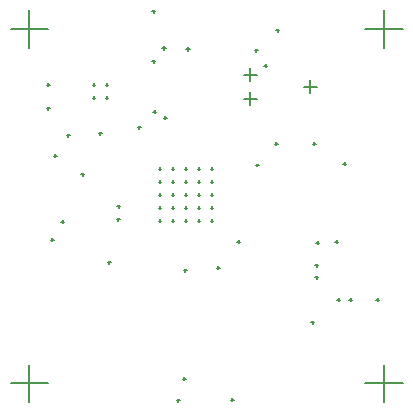
<source format=gbr>
%TF.GenerationSoftware,Altium Limited,Altium Designer,24.6.1 (21)*%
G04 Layer_Color=128*
%FSLAX45Y45*%
%MOMM*%
%TF.SameCoordinates,4B1D9C49-5ED8-45E5-B71D-261F0C762659*%
%TF.FilePolarity,Positive*%
%TF.FileFunction,Drillmap*%
%TF.Part,Single*%
G01*
G75*
%TA.AperFunction,NonConductor*%
%ADD85C,0.12700*%
D85*
X8140000Y6300000D02*
X8460000D01*
X8300000Y6140000D02*
Y6460000D01*
X8140000Y9300000D02*
X8460000D01*
X8300000Y9140000D02*
Y9460000D01*
X11140000Y9300000D02*
X11460000D01*
X11300000Y9140000D02*
Y9460000D01*
X11140000Y6300000D02*
X11460000D01*
X11300000Y6140000D02*
Y6460000D01*
X10117650Y8915100D02*
X10224350D01*
X10171000Y8861750D02*
Y8968450D01*
X10117650Y8711900D02*
X10224350D01*
X10171000Y8658550D02*
Y8765250D01*
X10625650Y8813500D02*
X10732350D01*
X10679000Y8760150D02*
Y8866850D01*
X10005000Y6162500D02*
X10030000D01*
X10017500Y6150000D02*
Y6175000D01*
X9547500Y6160000D02*
X9572500D01*
X9560000Y6147500D02*
Y6172500D01*
X9337500Y9030000D02*
X9362500D01*
X9350000Y9017500D02*
Y9042500D01*
X9425000Y9140000D02*
X9455000D01*
X9440000Y9125000D02*
Y9155000D01*
X9625000Y9130000D02*
X9655000D01*
X9640000Y9115000D02*
Y9145000D01*
X9337500Y9450000D02*
X9362500D01*
X9350000Y9437500D02*
Y9462500D01*
X9347500Y8600000D02*
X9372500D01*
X9360000Y8587500D02*
Y8612500D01*
X10697500Y8330000D02*
X10722500D01*
X10710000Y8317500D02*
Y8342500D01*
X10957500Y8160000D02*
X10982500D01*
X10970000Y8147500D02*
Y8172500D01*
X10377500Y8330000D02*
X10402500D01*
X10390000Y8317500D02*
Y8342500D01*
X8617500Y8400000D02*
X8642500D01*
X8630000Y8387500D02*
Y8412500D01*
X8507500Y8230000D02*
X8532500D01*
X8520000Y8217500D02*
Y8242500D01*
X8961257Y7327500D02*
X8986257D01*
X8973757Y7315000D02*
Y7340000D01*
X8480000Y7517500D02*
X8505000D01*
X8492500Y7505000D02*
Y7530000D01*
X8447500Y8630000D02*
X8472500D01*
X8460000Y8617500D02*
Y8642500D01*
X10907500Y7010000D02*
X10932500D01*
X10920000Y6997500D02*
Y7022500D01*
X11007500Y7010000D02*
X11032500D01*
X11020000Y6997500D02*
Y7022500D01*
X10717500Y7300000D02*
X10742500D01*
X10730000Y7287500D02*
Y7312500D01*
X10717500Y7200000D02*
X10742500D01*
X10730000Y7187500D02*
Y7212500D01*
X10287500Y8990000D02*
X10312500D01*
X10300000Y8977500D02*
Y9002500D01*
X10207500Y9120000D02*
X10232500D01*
X10220000Y9107500D02*
Y9132500D01*
X10217500Y8150000D02*
X10242500D01*
X10230000Y8137500D02*
Y8162500D01*
X9037500Y7690000D02*
X9062500D01*
X9050000Y7677500D02*
Y7702500D01*
X9598750Y6341250D02*
X9623750D01*
X9611250Y6328750D02*
Y6353750D01*
X11237500Y7010000D02*
X11262500D01*
X11250000Y6997500D02*
Y7022500D01*
X10687500Y6820000D02*
X10712500D01*
X10700000Y6807500D02*
Y6832500D01*
X10727500Y7490000D02*
X10752500D01*
X10740000Y7477500D02*
Y7502500D01*
X10887500Y7500000D02*
X10912500D01*
X10900000Y7487500D02*
Y7512500D01*
X10057500Y7500000D02*
X10082500D01*
X10070000Y7487500D02*
Y7512500D01*
X9607500Y7260000D02*
X9632500D01*
X9620000Y7247500D02*
Y7272500D01*
X9887500Y7280000D02*
X9912500D01*
X9900000Y7267500D02*
Y7292500D01*
X8567500Y7670000D02*
X8592500D01*
X8580000Y7657500D02*
Y7682500D01*
X8737500Y8070000D02*
X8762500D01*
X8750000Y8057500D02*
Y8082500D01*
X9217500Y8470000D02*
X9242500D01*
X9230000Y8457500D02*
Y8482500D01*
X8835000Y8830000D02*
X8855000D01*
X8845000Y8820000D02*
Y8840000D01*
X8835000Y8720000D02*
X8855000D01*
X8845000Y8710000D02*
Y8730000D01*
X8945000Y8720000D02*
X8965000D01*
X8955000Y8710000D02*
Y8730000D01*
X8945000Y8830000D02*
X8965000D01*
X8955000Y8820000D02*
Y8840000D01*
X8447500Y8830000D02*
X8472500D01*
X8460000Y8817500D02*
Y8842500D01*
X9437500Y8550000D02*
X9462500D01*
X9450000Y8537500D02*
Y8562500D01*
X8887500Y8420000D02*
X8912500D01*
X8900000Y8407500D02*
Y8432500D01*
X10385000Y9290000D02*
X10415000D01*
X10400000Y9275000D02*
Y9305000D01*
X9045000Y7800000D02*
X9070000D01*
X9057500Y7787500D02*
Y7812500D01*
X9835000Y7680000D02*
X9855000D01*
X9845000Y7670000D02*
Y7690000D01*
X9725000Y7680000D02*
X9745000D01*
X9735000Y7670000D02*
Y7690000D01*
X9615000Y7680000D02*
X9635000D01*
X9625000Y7670000D02*
Y7690000D01*
X9505000Y7680000D02*
X9525000D01*
X9515000Y7670000D02*
Y7690000D01*
X9395000Y7680000D02*
X9415000D01*
X9405000Y7670000D02*
Y7690000D01*
X9835000Y7790000D02*
X9855000D01*
X9845000Y7780000D02*
Y7800000D01*
X9725000Y7790000D02*
X9745000D01*
X9735000Y7780000D02*
Y7800000D01*
X9615000Y7790000D02*
X9635000D01*
X9625000Y7780000D02*
Y7800000D01*
X9505000Y7790000D02*
X9525000D01*
X9515000Y7780000D02*
Y7800000D01*
X9395000Y7790000D02*
X9415000D01*
X9405000Y7780000D02*
Y7800000D01*
X9835000Y7900000D02*
X9855000D01*
X9845000Y7890000D02*
Y7910000D01*
X9725000Y7900000D02*
X9745000D01*
X9735000Y7890000D02*
Y7910000D01*
X9615000Y7900000D02*
X9635000D01*
X9625000Y7890000D02*
Y7910000D01*
X9505000Y7900000D02*
X9525000D01*
X9515000Y7890000D02*
Y7910000D01*
X9395000Y7900000D02*
X9415000D01*
X9405000Y7890000D02*
Y7910000D01*
X9835000Y8010000D02*
X9855000D01*
X9845000Y8000000D02*
Y8020000D01*
X9725000Y8010000D02*
X9745000D01*
X9735000Y8000000D02*
Y8020000D01*
X9615000Y8010000D02*
X9635000D01*
X9625000Y8000000D02*
Y8020000D01*
X9505000Y8010000D02*
X9525000D01*
X9515000Y8000000D02*
Y8020000D01*
X9395000Y8010000D02*
X9415000D01*
X9405000Y8000000D02*
Y8020000D01*
X9835000Y8120000D02*
X9855000D01*
X9845000Y8110000D02*
Y8130000D01*
X9725000Y8120000D02*
X9745000D01*
X9735000Y8110000D02*
Y8130000D01*
X9615000Y8120000D02*
X9635000D01*
X9625000Y8110000D02*
Y8130000D01*
X9505000Y8120000D02*
X9525000D01*
X9515000Y8110000D02*
Y8130000D01*
X9395000Y8120000D02*
X9415000D01*
X9405000Y8110000D02*
Y8130000D01*
%TF.MD5,16e9b6eaaa41270c34658844b0ca0212*%
M02*

</source>
